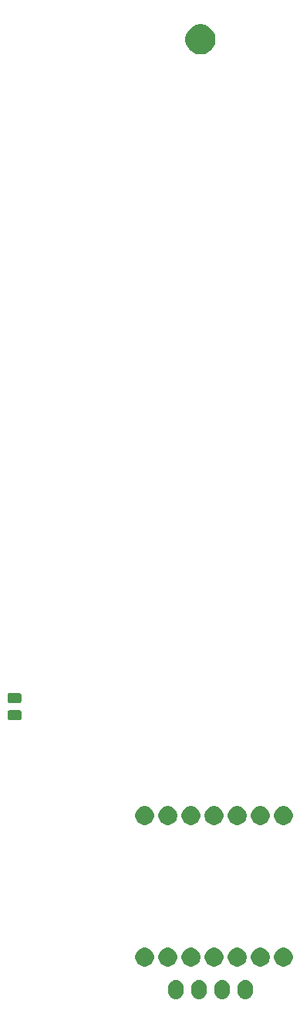
<source format=gbr>
G04 #@! TF.GenerationSoftware,KiCad,Pcbnew,(5.1.2)-1*
G04 #@! TF.CreationDate,2022-09-08T09:55:22+09:00*
G04 #@! TF.ProjectId,gopher_xiao,676f7068-6572-45f7-9869-616f2e6b6963,rev?*
G04 #@! TF.SameCoordinates,Original*
G04 #@! TF.FileFunction,Soldermask,Bot*
G04 #@! TF.FilePolarity,Negative*
%FSLAX46Y46*%
G04 Gerber Fmt 4.6, Leading zero omitted, Abs format (unit mm)*
G04 Created by KiCad (PCBNEW (5.1.2)-1) date 2022-09-08 09:55:22*
%MOMM*%
%LPD*%
G04 APERTURE LIST*
%ADD10C,0.100000*%
G04 APERTURE END LIST*
D10*
G36*
X120194022Y-161957613D02*
G01*
X120354441Y-162006276D01*
X120502277Y-162085295D01*
X120631859Y-162191641D01*
X120738204Y-162321222D01*
X120738205Y-162321224D01*
X120817224Y-162469058D01*
X120865887Y-162629477D01*
X120878200Y-162754496D01*
X120878200Y-163238103D01*
X120865887Y-163363122D01*
X120817224Y-163523542D01*
X120746314Y-163656206D01*
X120738204Y-163671378D01*
X120631859Y-163800959D01*
X120502278Y-163907304D01*
X120502276Y-163907305D01*
X120354442Y-163986324D01*
X120194023Y-164034987D01*
X120027200Y-164051417D01*
X119860378Y-164034987D01*
X119699959Y-163986324D01*
X119552125Y-163907305D01*
X119552123Y-163907304D01*
X119422542Y-163800959D01*
X119316196Y-163671378D01*
X119308086Y-163656206D01*
X119237176Y-163523542D01*
X119188513Y-163363123D01*
X119176200Y-163238104D01*
X119176200Y-162754497D01*
X119188513Y-162629478D01*
X119237176Y-162469059D01*
X119316195Y-162321223D01*
X119422541Y-162191641D01*
X119552122Y-162085296D01*
X119567294Y-162077186D01*
X119699958Y-162006276D01*
X119860377Y-161957613D01*
X120027200Y-161941183D01*
X120194022Y-161957613D01*
X120194022Y-161957613D01*
G37*
G36*
X122734022Y-161957613D02*
G01*
X122894441Y-162006276D01*
X123042277Y-162085295D01*
X123171859Y-162191641D01*
X123278204Y-162321222D01*
X123278205Y-162321224D01*
X123357224Y-162469058D01*
X123405887Y-162629477D01*
X123418200Y-162754496D01*
X123418200Y-163238103D01*
X123405887Y-163363122D01*
X123357224Y-163523542D01*
X123286314Y-163656206D01*
X123278204Y-163671378D01*
X123171859Y-163800959D01*
X123042278Y-163907304D01*
X123042276Y-163907305D01*
X122894442Y-163986324D01*
X122734023Y-164034987D01*
X122567200Y-164051417D01*
X122400378Y-164034987D01*
X122239959Y-163986324D01*
X122092125Y-163907305D01*
X122092123Y-163907304D01*
X121962542Y-163800959D01*
X121856196Y-163671378D01*
X121848086Y-163656206D01*
X121777176Y-163523542D01*
X121728513Y-163363123D01*
X121716200Y-163238104D01*
X121716200Y-162754497D01*
X121728513Y-162629478D01*
X121777176Y-162469059D01*
X121856195Y-162321223D01*
X121962541Y-162191641D01*
X122092122Y-162085296D01*
X122107294Y-162077186D01*
X122239958Y-162006276D01*
X122400377Y-161957613D01*
X122567200Y-161941183D01*
X122734022Y-161957613D01*
X122734022Y-161957613D01*
G37*
G36*
X115114022Y-161957613D02*
G01*
X115274441Y-162006276D01*
X115422277Y-162085295D01*
X115551859Y-162191641D01*
X115658204Y-162321222D01*
X115658205Y-162321224D01*
X115737224Y-162469058D01*
X115785887Y-162629477D01*
X115798200Y-162754496D01*
X115798200Y-163238103D01*
X115785887Y-163363122D01*
X115737224Y-163523542D01*
X115666314Y-163656206D01*
X115658204Y-163671378D01*
X115551859Y-163800959D01*
X115422278Y-163907304D01*
X115422276Y-163907305D01*
X115274442Y-163986324D01*
X115114023Y-164034987D01*
X114947200Y-164051417D01*
X114780378Y-164034987D01*
X114619959Y-163986324D01*
X114472125Y-163907305D01*
X114472123Y-163907304D01*
X114342542Y-163800959D01*
X114236196Y-163671378D01*
X114228086Y-163656206D01*
X114157176Y-163523542D01*
X114108513Y-163363123D01*
X114096200Y-163238104D01*
X114096200Y-162754497D01*
X114108513Y-162629478D01*
X114157176Y-162469059D01*
X114236195Y-162321223D01*
X114342541Y-162191641D01*
X114472122Y-162085296D01*
X114487294Y-162077186D01*
X114619958Y-162006276D01*
X114780377Y-161957613D01*
X114947200Y-161941183D01*
X115114022Y-161957613D01*
X115114022Y-161957613D01*
G37*
G36*
X117654022Y-161957613D02*
G01*
X117814441Y-162006276D01*
X117962277Y-162085295D01*
X118091859Y-162191641D01*
X118198204Y-162321222D01*
X118198205Y-162321224D01*
X118277224Y-162469058D01*
X118325887Y-162629477D01*
X118338200Y-162754496D01*
X118338200Y-163238103D01*
X118325887Y-163363122D01*
X118277224Y-163523542D01*
X118206314Y-163656206D01*
X118198204Y-163671378D01*
X118091859Y-163800959D01*
X117962278Y-163907304D01*
X117962276Y-163907305D01*
X117814442Y-163986324D01*
X117654023Y-164034987D01*
X117487200Y-164051417D01*
X117320378Y-164034987D01*
X117159959Y-163986324D01*
X117012125Y-163907305D01*
X117012123Y-163907304D01*
X116882542Y-163800959D01*
X116776196Y-163671378D01*
X116768086Y-163656206D01*
X116697176Y-163523542D01*
X116648513Y-163363123D01*
X116636200Y-163238104D01*
X116636200Y-162754497D01*
X116648513Y-162629478D01*
X116697176Y-162469059D01*
X116776195Y-162321223D01*
X116882541Y-162191641D01*
X117012122Y-162085296D01*
X117027294Y-162077186D01*
X117159958Y-162006276D01*
X117320377Y-161957613D01*
X117487200Y-161941183D01*
X117654022Y-161957613D01*
X117654022Y-161957613D01*
G37*
G36*
X127062265Y-158454720D02*
G01*
X127227644Y-158523222D01*
X127251788Y-158533223D01*
X127422354Y-158647192D01*
X127567408Y-158792246D01*
X127681377Y-158962812D01*
X127759880Y-159152335D01*
X127799900Y-159353531D01*
X127799900Y-159558669D01*
X127759880Y-159759865D01*
X127681377Y-159949388D01*
X127567408Y-160119954D01*
X127422354Y-160265008D01*
X127251788Y-160378977D01*
X127251787Y-160378978D01*
X127251786Y-160378978D01*
X127062265Y-160457480D01*
X126861070Y-160497500D01*
X126655930Y-160497500D01*
X126454735Y-160457480D01*
X126265214Y-160378978D01*
X126265213Y-160378978D01*
X126265212Y-160378977D01*
X126094646Y-160265008D01*
X125949592Y-160119954D01*
X125835623Y-159949388D01*
X125757120Y-159759865D01*
X125717100Y-159558669D01*
X125717100Y-159353531D01*
X125757120Y-159152335D01*
X125835623Y-158962812D01*
X125949592Y-158792246D01*
X126094646Y-158647192D01*
X126265212Y-158533223D01*
X126289357Y-158523222D01*
X126454735Y-158454720D01*
X126655930Y-158414700D01*
X126861070Y-158414700D01*
X127062265Y-158454720D01*
X127062265Y-158454720D01*
G37*
G36*
X111822265Y-158454720D02*
G01*
X111987644Y-158523222D01*
X112011788Y-158533223D01*
X112182354Y-158647192D01*
X112327408Y-158792246D01*
X112441377Y-158962812D01*
X112519880Y-159152335D01*
X112559900Y-159353531D01*
X112559900Y-159558669D01*
X112519880Y-159759865D01*
X112441377Y-159949388D01*
X112327408Y-160119954D01*
X112182354Y-160265008D01*
X112011788Y-160378977D01*
X112011787Y-160378978D01*
X112011786Y-160378978D01*
X111822265Y-160457480D01*
X111621070Y-160497500D01*
X111415930Y-160497500D01*
X111214735Y-160457480D01*
X111025214Y-160378978D01*
X111025213Y-160378978D01*
X111025212Y-160378977D01*
X110854646Y-160265008D01*
X110709592Y-160119954D01*
X110595623Y-159949388D01*
X110517120Y-159759865D01*
X110477100Y-159558669D01*
X110477100Y-159353531D01*
X110517120Y-159152335D01*
X110595623Y-158962812D01*
X110709592Y-158792246D01*
X110854646Y-158647192D01*
X111025212Y-158533223D01*
X111049357Y-158523222D01*
X111214735Y-158454720D01*
X111415930Y-158414700D01*
X111621070Y-158414700D01*
X111822265Y-158454720D01*
X111822265Y-158454720D01*
G37*
G36*
X114362265Y-158454720D02*
G01*
X114527644Y-158523222D01*
X114551788Y-158533223D01*
X114722354Y-158647192D01*
X114867408Y-158792246D01*
X114981377Y-158962812D01*
X115059880Y-159152335D01*
X115099900Y-159353531D01*
X115099900Y-159558669D01*
X115059880Y-159759865D01*
X114981377Y-159949388D01*
X114867408Y-160119954D01*
X114722354Y-160265008D01*
X114551788Y-160378977D01*
X114551787Y-160378978D01*
X114551786Y-160378978D01*
X114362265Y-160457480D01*
X114161070Y-160497500D01*
X113955930Y-160497500D01*
X113754735Y-160457480D01*
X113565214Y-160378978D01*
X113565213Y-160378978D01*
X113565212Y-160378977D01*
X113394646Y-160265008D01*
X113249592Y-160119954D01*
X113135623Y-159949388D01*
X113057120Y-159759865D01*
X113017100Y-159558669D01*
X113017100Y-159353531D01*
X113057120Y-159152335D01*
X113135623Y-158962812D01*
X113249592Y-158792246D01*
X113394646Y-158647192D01*
X113565212Y-158533223D01*
X113589357Y-158523222D01*
X113754735Y-158454720D01*
X113955930Y-158414700D01*
X114161070Y-158414700D01*
X114362265Y-158454720D01*
X114362265Y-158454720D01*
G37*
G36*
X121992265Y-158454720D02*
G01*
X122157644Y-158523222D01*
X122181788Y-158533223D01*
X122352354Y-158647192D01*
X122497408Y-158792246D01*
X122611377Y-158962812D01*
X122689880Y-159152335D01*
X122729900Y-159353531D01*
X122729900Y-159558669D01*
X122689880Y-159759865D01*
X122611377Y-159949388D01*
X122497408Y-160119954D01*
X122352354Y-160265008D01*
X122181788Y-160378977D01*
X122181787Y-160378978D01*
X122181786Y-160378978D01*
X121992265Y-160457480D01*
X121791070Y-160497500D01*
X121585930Y-160497500D01*
X121384735Y-160457480D01*
X121195214Y-160378978D01*
X121195213Y-160378978D01*
X121195212Y-160378977D01*
X121024646Y-160265008D01*
X120879592Y-160119954D01*
X120765623Y-159949388D01*
X120687120Y-159759865D01*
X120647100Y-159558669D01*
X120647100Y-159353531D01*
X120687120Y-159152335D01*
X120765623Y-158962812D01*
X120879592Y-158792246D01*
X121024646Y-158647192D01*
X121195212Y-158533223D01*
X121219357Y-158523222D01*
X121384735Y-158454720D01*
X121585930Y-158414700D01*
X121791070Y-158414700D01*
X121992265Y-158454720D01*
X121992265Y-158454720D01*
G37*
G36*
X124532265Y-158454720D02*
G01*
X124697644Y-158523222D01*
X124721788Y-158533223D01*
X124892354Y-158647192D01*
X125037408Y-158792246D01*
X125151377Y-158962812D01*
X125229880Y-159152335D01*
X125269900Y-159353531D01*
X125269900Y-159558669D01*
X125229880Y-159759865D01*
X125151377Y-159949388D01*
X125037408Y-160119954D01*
X124892354Y-160265008D01*
X124721788Y-160378977D01*
X124721787Y-160378978D01*
X124721786Y-160378978D01*
X124532265Y-160457480D01*
X124331070Y-160497500D01*
X124125930Y-160497500D01*
X123924735Y-160457480D01*
X123735214Y-160378978D01*
X123735213Y-160378978D01*
X123735212Y-160378977D01*
X123564646Y-160265008D01*
X123419592Y-160119954D01*
X123305623Y-159949388D01*
X123227120Y-159759865D01*
X123187100Y-159558669D01*
X123187100Y-159353531D01*
X123227120Y-159152335D01*
X123305623Y-158962812D01*
X123419592Y-158792246D01*
X123564646Y-158647192D01*
X123735212Y-158533223D01*
X123759357Y-158523222D01*
X123924735Y-158454720D01*
X124125930Y-158414700D01*
X124331070Y-158414700D01*
X124532265Y-158454720D01*
X124532265Y-158454720D01*
G37*
G36*
X119442265Y-158444720D02*
G01*
X119631788Y-158523223D01*
X119802354Y-158637192D01*
X119947408Y-158782246D01*
X120061377Y-158952812D01*
X120139880Y-159142335D01*
X120179900Y-159343531D01*
X120179900Y-159548669D01*
X120139880Y-159749865D01*
X120061377Y-159939388D01*
X119947408Y-160109954D01*
X119802354Y-160255008D01*
X119631788Y-160368977D01*
X119631787Y-160368978D01*
X119631786Y-160368978D01*
X119442265Y-160447480D01*
X119241070Y-160487500D01*
X119035930Y-160487500D01*
X118834735Y-160447480D01*
X118645214Y-160368978D01*
X118645213Y-160368978D01*
X118645212Y-160368977D01*
X118474646Y-160255008D01*
X118329592Y-160109954D01*
X118215623Y-159939388D01*
X118137120Y-159749865D01*
X118097100Y-159548669D01*
X118097100Y-159343531D01*
X118137120Y-159142335D01*
X118215623Y-158952812D01*
X118329592Y-158782246D01*
X118474646Y-158637192D01*
X118645212Y-158523223D01*
X118834735Y-158444720D01*
X119035930Y-158404700D01*
X119241070Y-158404700D01*
X119442265Y-158444720D01*
X119442265Y-158444720D01*
G37*
G36*
X116912265Y-158444720D02*
G01*
X117101788Y-158523223D01*
X117272354Y-158637192D01*
X117417408Y-158782246D01*
X117531377Y-158952812D01*
X117609880Y-159142335D01*
X117649900Y-159343531D01*
X117649900Y-159548669D01*
X117609880Y-159749865D01*
X117531377Y-159939388D01*
X117417408Y-160109954D01*
X117272354Y-160255008D01*
X117101788Y-160368977D01*
X117101787Y-160368978D01*
X117101786Y-160368978D01*
X116912265Y-160447480D01*
X116711070Y-160487500D01*
X116505930Y-160487500D01*
X116304735Y-160447480D01*
X116115214Y-160368978D01*
X116115213Y-160368978D01*
X116115212Y-160368977D01*
X115944646Y-160255008D01*
X115799592Y-160109954D01*
X115685623Y-159939388D01*
X115607120Y-159749865D01*
X115567100Y-159548669D01*
X115567100Y-159343531D01*
X115607120Y-159142335D01*
X115685623Y-158952812D01*
X115799592Y-158782246D01*
X115944646Y-158637192D01*
X116115212Y-158523223D01*
X116304735Y-158444720D01*
X116505930Y-158404700D01*
X116711070Y-158404700D01*
X116912265Y-158444720D01*
X116912265Y-158444720D01*
G37*
G36*
X116902265Y-142954720D02*
G01*
X117067644Y-143023222D01*
X117091788Y-143033223D01*
X117262354Y-143147192D01*
X117407408Y-143292246D01*
X117521377Y-143462812D01*
X117599880Y-143652335D01*
X117639900Y-143853531D01*
X117639900Y-144058669D01*
X117599880Y-144259865D01*
X117521377Y-144449388D01*
X117407408Y-144619954D01*
X117262354Y-144765008D01*
X117091788Y-144878977D01*
X117091787Y-144878978D01*
X117091786Y-144878978D01*
X116902265Y-144957480D01*
X116701070Y-144997500D01*
X116495930Y-144997500D01*
X116294735Y-144957480D01*
X116105214Y-144878978D01*
X116105213Y-144878978D01*
X116105212Y-144878977D01*
X115934646Y-144765008D01*
X115789592Y-144619954D01*
X115675623Y-144449388D01*
X115597120Y-144259865D01*
X115557100Y-144058669D01*
X115557100Y-143853531D01*
X115597120Y-143652335D01*
X115675623Y-143462812D01*
X115789592Y-143292246D01*
X115934646Y-143147192D01*
X116105212Y-143033223D01*
X116129357Y-143023222D01*
X116294735Y-142954720D01*
X116495930Y-142914700D01*
X116701070Y-142914700D01*
X116902265Y-142954720D01*
X116902265Y-142954720D01*
G37*
G36*
X124522265Y-142954720D02*
G01*
X124687644Y-143023222D01*
X124711788Y-143033223D01*
X124882354Y-143147192D01*
X125027408Y-143292246D01*
X125141377Y-143462812D01*
X125219880Y-143652335D01*
X125259900Y-143853531D01*
X125259900Y-144058669D01*
X125219880Y-144259865D01*
X125141377Y-144449388D01*
X125027408Y-144619954D01*
X124882354Y-144765008D01*
X124711788Y-144878977D01*
X124711787Y-144878978D01*
X124711786Y-144878978D01*
X124522265Y-144957480D01*
X124321070Y-144997500D01*
X124115930Y-144997500D01*
X123914735Y-144957480D01*
X123725214Y-144878978D01*
X123725213Y-144878978D01*
X123725212Y-144878977D01*
X123554646Y-144765008D01*
X123409592Y-144619954D01*
X123295623Y-144449388D01*
X123217120Y-144259865D01*
X123177100Y-144058669D01*
X123177100Y-143853531D01*
X123217120Y-143652335D01*
X123295623Y-143462812D01*
X123409592Y-143292246D01*
X123554646Y-143147192D01*
X123725212Y-143033223D01*
X123749357Y-143023222D01*
X123914735Y-142954720D01*
X124115930Y-142914700D01*
X124321070Y-142914700D01*
X124522265Y-142954720D01*
X124522265Y-142954720D01*
G37*
G36*
X121992265Y-142954720D02*
G01*
X122157644Y-143023222D01*
X122181788Y-143033223D01*
X122352354Y-143147192D01*
X122497408Y-143292246D01*
X122611377Y-143462812D01*
X122689880Y-143652335D01*
X122729900Y-143853531D01*
X122729900Y-144058669D01*
X122689880Y-144259865D01*
X122611377Y-144449388D01*
X122497408Y-144619954D01*
X122352354Y-144765008D01*
X122181788Y-144878977D01*
X122181787Y-144878978D01*
X122181786Y-144878978D01*
X121992265Y-144957480D01*
X121791070Y-144997500D01*
X121585930Y-144997500D01*
X121384735Y-144957480D01*
X121195214Y-144878978D01*
X121195213Y-144878978D01*
X121195212Y-144878977D01*
X121024646Y-144765008D01*
X120879592Y-144619954D01*
X120765623Y-144449388D01*
X120687120Y-144259865D01*
X120647100Y-144058669D01*
X120647100Y-143853531D01*
X120687120Y-143652335D01*
X120765623Y-143462812D01*
X120879592Y-143292246D01*
X121024646Y-143147192D01*
X121195212Y-143033223D01*
X121219357Y-143023222D01*
X121384735Y-142954720D01*
X121585930Y-142914700D01*
X121791070Y-142914700D01*
X121992265Y-142954720D01*
X121992265Y-142954720D01*
G37*
G36*
X119432265Y-142954720D02*
G01*
X119597644Y-143023222D01*
X119621788Y-143033223D01*
X119792354Y-143147192D01*
X119937408Y-143292246D01*
X120051377Y-143462812D01*
X120129880Y-143652335D01*
X120169900Y-143853531D01*
X120169900Y-144058669D01*
X120129880Y-144259865D01*
X120051377Y-144449388D01*
X119937408Y-144619954D01*
X119792354Y-144765008D01*
X119621788Y-144878977D01*
X119621787Y-144878978D01*
X119621786Y-144878978D01*
X119432265Y-144957480D01*
X119231070Y-144997500D01*
X119025930Y-144997500D01*
X118824735Y-144957480D01*
X118635214Y-144878978D01*
X118635213Y-144878978D01*
X118635212Y-144878977D01*
X118464646Y-144765008D01*
X118319592Y-144619954D01*
X118205623Y-144449388D01*
X118127120Y-144259865D01*
X118087100Y-144058669D01*
X118087100Y-143853531D01*
X118127120Y-143652335D01*
X118205623Y-143462812D01*
X118319592Y-143292246D01*
X118464646Y-143147192D01*
X118635212Y-143033223D01*
X118659357Y-143023222D01*
X118824735Y-142954720D01*
X119025930Y-142914700D01*
X119231070Y-142914700D01*
X119432265Y-142954720D01*
X119432265Y-142954720D01*
G37*
G36*
X114372265Y-142954720D02*
G01*
X114537644Y-143023222D01*
X114561788Y-143033223D01*
X114732354Y-143147192D01*
X114877408Y-143292246D01*
X114991377Y-143462812D01*
X115069880Y-143652335D01*
X115109900Y-143853531D01*
X115109900Y-144058669D01*
X115069880Y-144259865D01*
X114991377Y-144449388D01*
X114877408Y-144619954D01*
X114732354Y-144765008D01*
X114561788Y-144878977D01*
X114561787Y-144878978D01*
X114561786Y-144878978D01*
X114372265Y-144957480D01*
X114171070Y-144997500D01*
X113965930Y-144997500D01*
X113764735Y-144957480D01*
X113575214Y-144878978D01*
X113575213Y-144878978D01*
X113575212Y-144878977D01*
X113404646Y-144765008D01*
X113259592Y-144619954D01*
X113145623Y-144449388D01*
X113067120Y-144259865D01*
X113027100Y-144058669D01*
X113027100Y-143853531D01*
X113067120Y-143652335D01*
X113145623Y-143462812D01*
X113259592Y-143292246D01*
X113404646Y-143147192D01*
X113575212Y-143033223D01*
X113599357Y-143023222D01*
X113764735Y-142954720D01*
X113965930Y-142914700D01*
X114171070Y-142914700D01*
X114372265Y-142954720D01*
X114372265Y-142954720D01*
G37*
G36*
X111822265Y-142954720D02*
G01*
X111987644Y-143023222D01*
X112011788Y-143033223D01*
X112182354Y-143147192D01*
X112327408Y-143292246D01*
X112441377Y-143462812D01*
X112519880Y-143652335D01*
X112559900Y-143853531D01*
X112559900Y-144058669D01*
X112519880Y-144259865D01*
X112441377Y-144449388D01*
X112327408Y-144619954D01*
X112182354Y-144765008D01*
X112011788Y-144878977D01*
X112011787Y-144878978D01*
X112011786Y-144878978D01*
X111822265Y-144957480D01*
X111621070Y-144997500D01*
X111415930Y-144997500D01*
X111214735Y-144957480D01*
X111025214Y-144878978D01*
X111025213Y-144878978D01*
X111025212Y-144878977D01*
X110854646Y-144765008D01*
X110709592Y-144619954D01*
X110595623Y-144449388D01*
X110517120Y-144259865D01*
X110477100Y-144058669D01*
X110477100Y-143853531D01*
X110517120Y-143652335D01*
X110595623Y-143462812D01*
X110709592Y-143292246D01*
X110854646Y-143147192D01*
X111025212Y-143033223D01*
X111049357Y-143023222D01*
X111214735Y-142954720D01*
X111415930Y-142914700D01*
X111621070Y-142914700D01*
X111822265Y-142954720D01*
X111822265Y-142954720D01*
G37*
G36*
X127062265Y-142944720D02*
G01*
X127251788Y-143023223D01*
X127422354Y-143137192D01*
X127567408Y-143282246D01*
X127681377Y-143452812D01*
X127759880Y-143642335D01*
X127799900Y-143843531D01*
X127799900Y-144048669D01*
X127759880Y-144249865D01*
X127681377Y-144439388D01*
X127567408Y-144609954D01*
X127422354Y-144755008D01*
X127251788Y-144868977D01*
X127251787Y-144868978D01*
X127251786Y-144868978D01*
X127062265Y-144947480D01*
X126861070Y-144987500D01*
X126655930Y-144987500D01*
X126454735Y-144947480D01*
X126265214Y-144868978D01*
X126265213Y-144868978D01*
X126265212Y-144868977D01*
X126094646Y-144755008D01*
X125949592Y-144609954D01*
X125835623Y-144439388D01*
X125757120Y-144249865D01*
X125717100Y-144048669D01*
X125717100Y-143843531D01*
X125757120Y-143642335D01*
X125835623Y-143452812D01*
X125949592Y-143282246D01*
X126094646Y-143137192D01*
X126265212Y-143023223D01*
X126454735Y-142944720D01*
X126655930Y-142904700D01*
X126861070Y-142904700D01*
X127062265Y-142944720D01*
X127062265Y-142944720D01*
G37*
G36*
X97815668Y-132430465D02*
G01*
X97854338Y-132442196D01*
X97889977Y-132461246D01*
X97921217Y-132486883D01*
X97946854Y-132518123D01*
X97965904Y-132553762D01*
X97977635Y-132592432D01*
X97982200Y-132638788D01*
X97982200Y-133290012D01*
X97977635Y-133336368D01*
X97965904Y-133375038D01*
X97946854Y-133410677D01*
X97921217Y-133441917D01*
X97889977Y-133467554D01*
X97854338Y-133486604D01*
X97815668Y-133498335D01*
X97769312Y-133502900D01*
X96693088Y-133502900D01*
X96646732Y-133498335D01*
X96608062Y-133486604D01*
X96572423Y-133467554D01*
X96541183Y-133441917D01*
X96515546Y-133410677D01*
X96496496Y-133375038D01*
X96484765Y-133336368D01*
X96480200Y-133290012D01*
X96480200Y-132638788D01*
X96484765Y-132592432D01*
X96496496Y-132553762D01*
X96515546Y-132518123D01*
X96541183Y-132486883D01*
X96572423Y-132461246D01*
X96608062Y-132442196D01*
X96646732Y-132430465D01*
X96693088Y-132425900D01*
X97769312Y-132425900D01*
X97815668Y-132430465D01*
X97815668Y-132430465D01*
G37*
G36*
X97815668Y-130555465D02*
G01*
X97854338Y-130567196D01*
X97889977Y-130586246D01*
X97921217Y-130611883D01*
X97946854Y-130643123D01*
X97965904Y-130678762D01*
X97977635Y-130717432D01*
X97982200Y-130763788D01*
X97982200Y-131415012D01*
X97977635Y-131461368D01*
X97965904Y-131500038D01*
X97946854Y-131535677D01*
X97921217Y-131566917D01*
X97889977Y-131592554D01*
X97854338Y-131611604D01*
X97815668Y-131623335D01*
X97769312Y-131627900D01*
X96693088Y-131627900D01*
X96646732Y-131623335D01*
X96608062Y-131611604D01*
X96572423Y-131592554D01*
X96541183Y-131566917D01*
X96515546Y-131535677D01*
X96496496Y-131500038D01*
X96484765Y-131461368D01*
X96480200Y-131415012D01*
X96480200Y-130763788D01*
X96484765Y-130717432D01*
X96496496Y-130678762D01*
X96515546Y-130643123D01*
X96541183Y-130611883D01*
X96572423Y-130586246D01*
X96608062Y-130567196D01*
X96646732Y-130555465D01*
X96693088Y-130550900D01*
X97769312Y-130550900D01*
X97815668Y-130555465D01*
X97815668Y-130555465D01*
G37*
G36*
X118030596Y-57380258D02*
G01*
X118136919Y-57401407D01*
X118437382Y-57525863D01*
X118707791Y-57706545D01*
X118937755Y-57936509D01*
X119118437Y-58206918D01*
X119242893Y-58507381D01*
X119306340Y-58826351D01*
X119306340Y-59151569D01*
X119242893Y-59470539D01*
X119118437Y-59771002D01*
X118937755Y-60041411D01*
X118707791Y-60271375D01*
X118437382Y-60452057D01*
X118136919Y-60576513D01*
X118030596Y-60597662D01*
X117817951Y-60639960D01*
X117492729Y-60639960D01*
X117280084Y-60597662D01*
X117173761Y-60576513D01*
X116873298Y-60452057D01*
X116602889Y-60271375D01*
X116372925Y-60041411D01*
X116192243Y-59771002D01*
X116067787Y-59470539D01*
X116004340Y-59151569D01*
X116004340Y-58826351D01*
X116067787Y-58507381D01*
X116192243Y-58206918D01*
X116372925Y-57936509D01*
X116602889Y-57706545D01*
X116873298Y-57525863D01*
X117173761Y-57401407D01*
X117280084Y-57380258D01*
X117492729Y-57337960D01*
X117817951Y-57337960D01*
X118030596Y-57380258D01*
X118030596Y-57380258D01*
G37*
M02*

</source>
